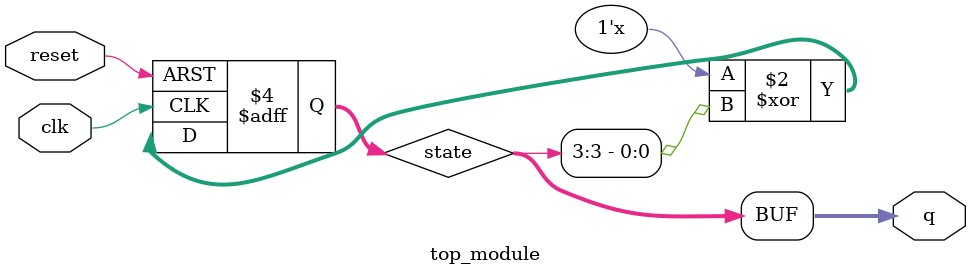
<source format=sv>
module top_module(
	input clk,
	input reset,
	output reg [4:0] q);

	// Define state variables
	reg [4:0] state;

	// Define taps
	parameter tap1 = 5;
	parameter tap2 = 3;

	// Counter for cycling through states
	reg [4:0] count;

	always @(posedge clk or posedge reset) begin
		if (reset) begin
			// Synchronous reset
			state <= 5'b1;
			count <= 5'b0;
		end else begin
			// Calculate next state using XOR
			state <= state[tap1] ^ state[tap2];
			
			// Increment count to keep track of cycles
			count <= count + 1;
		end
	end
	
	// Output q with current state
	assign q = state;

endmodule

</source>
